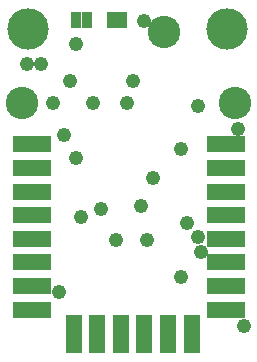
<source format=gts>
G75*
%MOIN*%
%OFA0B0*%
%FSLAX25Y25*%
%IPPOS*%
%LPD*%
%AMOC8*
5,1,8,0,0,1.08239X$1,22.5*
%
%ADD10C,0.13800*%
%ADD11R,0.12611X0.05524*%
%ADD12R,0.05524X0.12611*%
%ADD13C,0.10800*%
%ADD14R,0.03300X0.05800*%
%ADD15C,0.04800*%
D10*
X0011721Y0113178D03*
X0078020Y0113178D03*
D11*
X0012981Y0019517D03*
X0012981Y0027391D03*
X0012981Y0035265D03*
X0012981Y0043139D03*
X0012981Y0051013D03*
X0012981Y0058887D03*
X0012981Y0066761D03*
X0012981Y0074635D03*
X0077548Y0074635D03*
X0077548Y0066761D03*
X0077548Y0058887D03*
X0077548Y0051013D03*
X0077548Y0043139D03*
X0077548Y0035265D03*
X0077548Y0027391D03*
X0077548Y0019517D03*
D12*
X0066131Y0011249D03*
X0058257Y0011249D03*
X0050383Y0011249D03*
X0042509Y0011249D03*
X0034635Y0011249D03*
X0026761Y0011249D03*
D13*
X0009674Y0088414D03*
X0056918Y0112036D03*
X0080540Y0088414D03*
D14*
X0042942Y0115973D03*
X0039398Y0115973D03*
X0031131Y0115973D03*
X0027587Y0115973D03*
D15*
X0027450Y0108200D03*
X0025550Y0095850D03*
X0019850Y0088250D03*
X0023650Y0077800D03*
X0027450Y0070200D03*
X0033150Y0088250D03*
X0044550Y0088250D03*
X0046450Y0095850D03*
X0050250Y0115800D03*
X0068300Y0087300D03*
X0062600Y0073050D03*
X0053100Y0063550D03*
X0049300Y0054050D03*
X0051200Y0042650D03*
X0040750Y0042650D03*
X0036000Y0053100D03*
X0029350Y0050250D03*
X0021750Y0025550D03*
X0062600Y0030300D03*
X0069250Y0038850D03*
X0068300Y0043600D03*
X0064500Y0048350D03*
X0081600Y0079700D03*
X0083500Y0014150D03*
X0016050Y0101550D03*
X0011300Y0101550D03*
M02*

</source>
